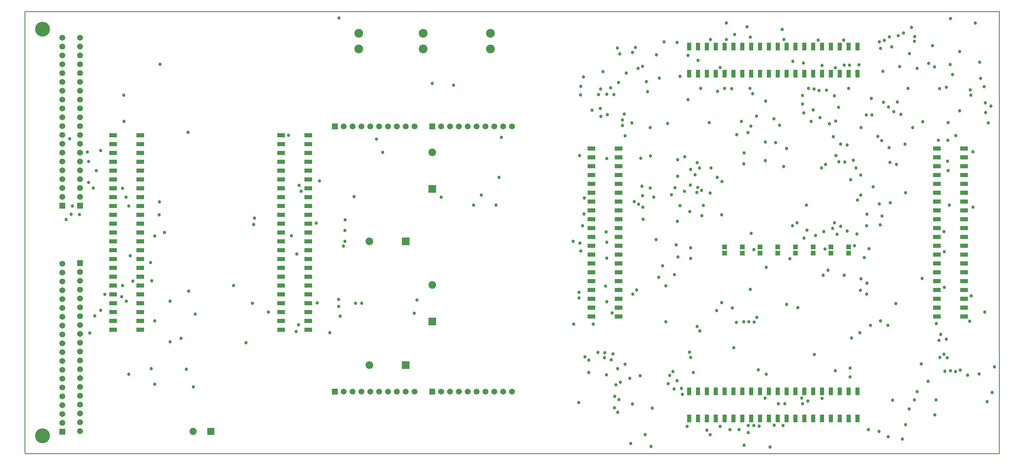
<source format=gbs>
G04 Layer_Color=16711935*
%FSLAX25Y25*%
%MOIN*%
G70*
G01*
G75*
%ADD22C,0.01000*%
%ADD39R,0.05800X0.05800*%
%ADD45R,0.04737X0.08674*%
%ADD46R,0.08674X0.04737*%
%ADD51R,0.08674X0.08674*%
%ADD52C,0.08674*%
%ADD53R,0.08674X0.08674*%
%ADD54C,0.08083*%
%ADD55R,0.08083X0.08083*%
%ADD56C,0.16800*%
%ADD57C,0.06706*%
%ADD58R,0.06706X0.06706*%
%ADD59R,0.06706X0.06706*%
%ADD60C,0.09900*%
%ADD61C,0.03800*%
G36*
X293600Y137600D02*
X284900D01*
Y142400D01*
X293600D01*
Y137600D01*
D02*
G37*
D22*
X0Y0D02*
Y500000D01*
X1100000D01*
Y0D02*
Y500000D01*
X0Y0D02*
X1100000D01*
D39*
X830000Y226500D02*
D03*
Y233500D02*
D03*
X930000Y226500D02*
D03*
Y233500D02*
D03*
X890000Y226500D02*
D03*
Y233500D02*
D03*
X870000Y226500D02*
D03*
Y233500D02*
D03*
X850000Y226500D02*
D03*
Y233500D02*
D03*
X810000Y226500D02*
D03*
Y233500D02*
D03*
X790000Y226500D02*
D03*
Y233500D02*
D03*
X910000Y226500D02*
D03*
Y233500D02*
D03*
D45*
X790000Y70354D02*
D03*
X770000D02*
D03*
X760000D02*
D03*
X750000D02*
D03*
X780000D02*
D03*
X830000D02*
D03*
X800000D02*
D03*
X810000D02*
D03*
X820000D02*
D03*
X840000D02*
D03*
X880000D02*
D03*
X850000D02*
D03*
X860000D02*
D03*
X870000D02*
D03*
X890000D02*
D03*
X930000D02*
D03*
X900000D02*
D03*
X910000D02*
D03*
X920000D02*
D03*
X940000D02*
D03*
Y39646D02*
D03*
X920000D02*
D03*
X910000D02*
D03*
X900000D02*
D03*
X930000D02*
D03*
X890000D02*
D03*
X870000D02*
D03*
X860000D02*
D03*
X850000D02*
D03*
X880000D02*
D03*
X840000D02*
D03*
X820000D02*
D03*
X810000D02*
D03*
X800000D02*
D03*
X830000D02*
D03*
X780000D02*
D03*
X750000D02*
D03*
X760000D02*
D03*
X770000D02*
D03*
X790000D02*
D03*
X900000Y429646D02*
D03*
X920000D02*
D03*
X930000D02*
D03*
X940000D02*
D03*
X910000D02*
D03*
X860000D02*
D03*
X890000D02*
D03*
X880000D02*
D03*
X870000D02*
D03*
X850000D02*
D03*
X810000D02*
D03*
X840000D02*
D03*
X830000D02*
D03*
X820000D02*
D03*
X800000D02*
D03*
X760000D02*
D03*
X790000D02*
D03*
X780000D02*
D03*
X770000D02*
D03*
X750000D02*
D03*
Y460354D02*
D03*
X770000D02*
D03*
X780000D02*
D03*
X790000D02*
D03*
X760000D02*
D03*
X800000D02*
D03*
X820000D02*
D03*
X830000D02*
D03*
X840000D02*
D03*
X810000D02*
D03*
X850000D02*
D03*
X870000D02*
D03*
X880000D02*
D03*
X890000D02*
D03*
X860000D02*
D03*
X910000D02*
D03*
X940000D02*
D03*
X930000D02*
D03*
X920000D02*
D03*
X900000D02*
D03*
D46*
X130291Y140000D02*
D03*
Y150000D02*
D03*
X99583Y210000D02*
D03*
Y190000D02*
D03*
Y180000D02*
D03*
Y170000D02*
D03*
Y200000D02*
D03*
Y250000D02*
D03*
Y220000D02*
D03*
Y230000D02*
D03*
Y240000D02*
D03*
Y260000D02*
D03*
Y300000D02*
D03*
Y270000D02*
D03*
Y280000D02*
D03*
Y290000D02*
D03*
Y310000D02*
D03*
Y350000D02*
D03*
Y320000D02*
D03*
Y330000D02*
D03*
Y340000D02*
D03*
Y360000D02*
D03*
X130291D02*
D03*
Y340000D02*
D03*
Y330000D02*
D03*
Y320000D02*
D03*
Y350000D02*
D03*
Y310000D02*
D03*
Y290000D02*
D03*
Y280000D02*
D03*
Y270000D02*
D03*
Y300000D02*
D03*
Y260000D02*
D03*
Y240000D02*
D03*
Y230000D02*
D03*
Y220000D02*
D03*
Y250000D02*
D03*
Y200000D02*
D03*
Y170000D02*
D03*
Y180000D02*
D03*
Y190000D02*
D03*
Y210000D02*
D03*
X289291D02*
D03*
Y190000D02*
D03*
Y180000D02*
D03*
Y170000D02*
D03*
Y200000D02*
D03*
Y250000D02*
D03*
Y220000D02*
D03*
Y230000D02*
D03*
Y240000D02*
D03*
Y260000D02*
D03*
Y300000D02*
D03*
Y270000D02*
D03*
Y280000D02*
D03*
Y290000D02*
D03*
Y310000D02*
D03*
Y350000D02*
D03*
Y320000D02*
D03*
Y330000D02*
D03*
Y340000D02*
D03*
Y360000D02*
D03*
X320000D02*
D03*
Y340000D02*
D03*
Y330000D02*
D03*
Y320000D02*
D03*
Y350000D02*
D03*
Y310000D02*
D03*
Y290000D02*
D03*
Y280000D02*
D03*
Y270000D02*
D03*
Y300000D02*
D03*
Y260000D02*
D03*
Y240000D02*
D03*
Y230000D02*
D03*
Y220000D02*
D03*
Y250000D02*
D03*
Y200000D02*
D03*
Y170000D02*
D03*
Y180000D02*
D03*
Y190000D02*
D03*
Y210000D02*
D03*
X130291Y160000D02*
D03*
X99583Y140000D02*
D03*
Y150000D02*
D03*
Y160000D02*
D03*
X320000D02*
D03*
Y150000D02*
D03*
Y140000D02*
D03*
X289291Y150000D02*
D03*
Y160000D02*
D03*
X1060354Y305000D02*
D03*
Y325000D02*
D03*
Y335000D02*
D03*
Y345000D02*
D03*
Y315000D02*
D03*
Y265000D02*
D03*
Y295000D02*
D03*
Y285000D02*
D03*
Y275000D02*
D03*
Y255000D02*
D03*
Y215000D02*
D03*
Y245000D02*
D03*
Y235000D02*
D03*
Y225000D02*
D03*
Y205000D02*
D03*
Y165000D02*
D03*
Y195000D02*
D03*
Y185000D02*
D03*
Y175000D02*
D03*
Y155000D02*
D03*
X1029646D02*
D03*
Y175000D02*
D03*
Y185000D02*
D03*
Y195000D02*
D03*
Y165000D02*
D03*
Y205000D02*
D03*
Y225000D02*
D03*
Y235000D02*
D03*
Y245000D02*
D03*
Y215000D02*
D03*
Y255000D02*
D03*
Y275000D02*
D03*
Y285000D02*
D03*
Y295000D02*
D03*
Y265000D02*
D03*
Y315000D02*
D03*
Y345000D02*
D03*
Y335000D02*
D03*
Y325000D02*
D03*
Y305000D02*
D03*
X639646Y195000D02*
D03*
Y175000D02*
D03*
Y165000D02*
D03*
Y155000D02*
D03*
Y185000D02*
D03*
Y235000D02*
D03*
Y205000D02*
D03*
Y215000D02*
D03*
Y225000D02*
D03*
Y245000D02*
D03*
Y285000D02*
D03*
Y255000D02*
D03*
Y265000D02*
D03*
Y275000D02*
D03*
Y295000D02*
D03*
Y335000D02*
D03*
Y305000D02*
D03*
Y315000D02*
D03*
Y325000D02*
D03*
Y345000D02*
D03*
X670354D02*
D03*
Y325000D02*
D03*
Y315000D02*
D03*
Y305000D02*
D03*
Y335000D02*
D03*
Y295000D02*
D03*
Y275000D02*
D03*
Y265000D02*
D03*
Y255000D02*
D03*
Y285000D02*
D03*
Y245000D02*
D03*
Y225000D02*
D03*
Y215000D02*
D03*
Y205000D02*
D03*
Y235000D02*
D03*
Y185000D02*
D03*
Y155000D02*
D03*
Y165000D02*
D03*
Y175000D02*
D03*
Y195000D02*
D03*
D51*
X460000Y299409D02*
D03*
Y149409D02*
D03*
D52*
Y340591D02*
D03*
Y190591D02*
D03*
X388909Y240000D02*
D03*
Y100000D02*
D03*
D53*
X430091Y240000D02*
D03*
Y100000D02*
D03*
D54*
X190000Y25000D02*
D03*
D55*
X210000D02*
D03*
D56*
X20000Y20000D02*
D03*
Y480000D02*
D03*
D57*
X42300Y214800D02*
D03*
Y204800D02*
D03*
Y194800D02*
D03*
Y184800D02*
D03*
Y174800D02*
D03*
Y164800D02*
D03*
Y154800D02*
D03*
Y144800D02*
D03*
Y134800D02*
D03*
Y124800D02*
D03*
Y114800D02*
D03*
Y104800D02*
D03*
Y94800D02*
D03*
Y84800D02*
D03*
Y74800D02*
D03*
Y64800D02*
D03*
Y54800D02*
D03*
Y44800D02*
D03*
Y34800D02*
D03*
X62300Y25300D02*
D03*
Y35300D02*
D03*
Y45300D02*
D03*
Y55300D02*
D03*
Y65300D02*
D03*
Y75300D02*
D03*
Y85300D02*
D03*
Y95300D02*
D03*
Y105300D02*
D03*
Y115300D02*
D03*
Y125300D02*
D03*
Y135300D02*
D03*
Y145300D02*
D03*
Y155300D02*
D03*
Y165300D02*
D03*
Y175300D02*
D03*
Y185300D02*
D03*
Y195300D02*
D03*
Y205300D02*
D03*
Y470400D02*
D03*
Y460400D02*
D03*
Y450400D02*
D03*
Y440400D02*
D03*
Y430400D02*
D03*
Y420400D02*
D03*
Y410400D02*
D03*
Y400400D02*
D03*
Y390400D02*
D03*
Y380400D02*
D03*
Y370400D02*
D03*
Y360400D02*
D03*
Y350400D02*
D03*
Y340400D02*
D03*
Y330400D02*
D03*
Y320400D02*
D03*
Y310400D02*
D03*
Y300400D02*
D03*
Y290400D02*
D03*
X42300Y470400D02*
D03*
Y460400D02*
D03*
Y450400D02*
D03*
Y440400D02*
D03*
Y430400D02*
D03*
Y420400D02*
D03*
Y410400D02*
D03*
Y400400D02*
D03*
Y390400D02*
D03*
Y380400D02*
D03*
Y370400D02*
D03*
Y360400D02*
D03*
Y350400D02*
D03*
Y340400D02*
D03*
Y330400D02*
D03*
Y320400D02*
D03*
Y310400D02*
D03*
Y300400D02*
D03*
Y290400D02*
D03*
X360000Y370000D02*
D03*
X380000D02*
D03*
X390000D02*
D03*
X400000D02*
D03*
X410000D02*
D03*
X420000D02*
D03*
X430000D02*
D03*
X440000D02*
D03*
X370000D02*
D03*
X360000Y70000D02*
D03*
X380000D02*
D03*
X390000D02*
D03*
X400000D02*
D03*
X410000D02*
D03*
X420000D02*
D03*
X430000D02*
D03*
X440000D02*
D03*
X370000D02*
D03*
X470000Y370000D02*
D03*
X490000D02*
D03*
X500000D02*
D03*
X510000D02*
D03*
X520000D02*
D03*
X530000D02*
D03*
X540000D02*
D03*
X550000D02*
D03*
X480000D02*
D03*
X470000Y70000D02*
D03*
X490000D02*
D03*
X500000D02*
D03*
X510000D02*
D03*
X520000D02*
D03*
X530000D02*
D03*
X540000D02*
D03*
X550000D02*
D03*
X480000D02*
D03*
D58*
X42300Y24800D02*
D03*
X62300Y215300D02*
D03*
Y280400D02*
D03*
X42300D02*
D03*
D59*
X350000Y370000D02*
D03*
Y70000D02*
D03*
X460000Y370000D02*
D03*
Y70000D02*
D03*
D60*
X449483Y475315D02*
D03*
Y457598D02*
D03*
X376983Y475315D02*
D03*
Y457598D02*
D03*
X525483Y475315D02*
D03*
Y457598D02*
D03*
D61*
X790100Y412900D02*
D03*
X782000Y409700D02*
D03*
X484100Y416800D02*
D03*
X538100Y357800D02*
D03*
X460100Y418800D02*
D03*
X397100Y355800D02*
D03*
X535400Y312400D02*
D03*
X515300Y292300D02*
D03*
X950400Y180200D02*
D03*
X943200Y184700D02*
D03*
X141900Y215900D02*
D03*
X118900Y223600D02*
D03*
X110200Y190000D02*
D03*
X143200Y195300D02*
D03*
X109200Y177400D02*
D03*
X90375Y180000D02*
D03*
X114500Y172200D02*
D03*
X152500Y440400D02*
D03*
X185000Y183500D02*
D03*
X85800Y342600D02*
D03*
X111500Y405400D02*
D03*
X157500Y250000D02*
D03*
X146600Y245900D02*
D03*
X112100Y375700D02*
D03*
X235800Y190000D02*
D03*
X176200Y130400D02*
D03*
X164000Y172400D02*
D03*
Y126200D02*
D03*
X182300Y95300D02*
D03*
X257000Y170000D02*
D03*
X117200Y89600D02*
D03*
X309000Y145700D02*
D03*
X192300Y157800D02*
D03*
X142500Y95900D02*
D03*
X46800Y264500D02*
D03*
X361300Y252400D02*
D03*
Y240000D02*
D03*
X77400Y300300D02*
D03*
X61800Y270200D02*
D03*
X114200Y290000D02*
D03*
X665000Y405900D02*
D03*
X676600Y384000D02*
D03*
X744500Y296507D02*
D03*
X763900Y297500D02*
D03*
X774500Y323000D02*
D03*
X761600D02*
D03*
X723700Y148900D02*
D03*
X662000Y105900D02*
D03*
X706300Y336500D02*
D03*
X759500Y300900D02*
D03*
X965900Y150100D02*
D03*
X117200Y280000D02*
D03*
X307100Y225800D02*
D03*
X354300Y174400D02*
D03*
X332500Y308182D02*
D03*
X361700Y264200D02*
D03*
X258400Y259000D02*
D03*
X359700Y234500D02*
D03*
X312000Y296500D02*
D03*
X661282Y413561D02*
D03*
X627775Y415380D02*
D03*
X700400Y21300D02*
D03*
X773500D02*
D03*
X670500Y60984D02*
D03*
X883983Y59417D02*
D03*
X683900Y11400D02*
D03*
X811946Y9400D02*
D03*
X952200Y27000D02*
D03*
X806400Y26900D02*
D03*
X815400Y482700D02*
D03*
X1024700Y461389D02*
D03*
X819000Y471000D02*
D03*
X998774Y452411D02*
D03*
X1004600Y471700D02*
D03*
X1007200Y435600D02*
D03*
X996900Y413000D02*
D03*
X867000Y443600D02*
D03*
X798000Y412800D02*
D03*
X739700Y426600D02*
D03*
X713118Y451082D02*
D03*
X879000Y441700D02*
D03*
X915000Y436300D02*
D03*
X716300Y424700D02*
D03*
X697300Y438000D02*
D03*
X925000Y439397D02*
D03*
X330000Y170300D02*
D03*
X442540Y173740D02*
D03*
X912500Y358200D02*
D03*
X1055207Y387500D02*
D03*
X836043Y352157D02*
D03*
X1004200Y466200D02*
D03*
X987600Y437800D02*
D03*
X980900Y386736D02*
D03*
X618900Y240000D02*
D03*
X954700Y145100D02*
D03*
X975800Y346000D02*
D03*
X1037500Y251000D02*
D03*
X683000Y85000D02*
D03*
X736600Y262600D02*
D03*
X297700Y360000D02*
D03*
X146500Y78300D02*
D03*
X373400Y170100D02*
D03*
X344300Y136500D02*
D03*
X967600Y268700D02*
D03*
X965600Y258700D02*
D03*
X943563Y292300D02*
D03*
X939882Y286618D02*
D03*
X964600Y282400D02*
D03*
X932450Y309650D02*
D03*
X1091988Y68888D02*
D03*
X1090600Y393100D02*
D03*
X1047400Y428500D02*
D03*
X1086200Y58600D02*
D03*
X1087700Y374000D02*
D03*
X1032600Y412500D02*
D03*
X1094700Y98000D02*
D03*
X816600Y31800D02*
D03*
X835600Y62500D02*
D03*
X1083800Y159900D02*
D03*
X1084700Y385700D02*
D03*
X1067400Y411300D02*
D03*
X1041400Y108400D02*
D03*
X1038800Y93100D02*
D03*
X931500Y86800D02*
D03*
X855900Y31800D02*
D03*
X1037570Y112400D02*
D03*
X1033100Y108600D02*
D03*
X1045049Y93655D02*
D03*
X1050648Y92800D02*
D03*
X1056000Y94200D02*
D03*
X900000Y62400D02*
D03*
X912000Y254800D02*
D03*
X756500Y315300D02*
D03*
X931700Y96700D02*
D03*
X928300Y251600D02*
D03*
X734000Y300600D02*
D03*
X811500Y149000D02*
D03*
X817400Y149100D02*
D03*
X750700Y273700D02*
D03*
X739600Y280300D02*
D03*
X828100Y94500D02*
D03*
X773700Y294800D02*
D03*
X737100Y313661D02*
D03*
X803300Y148400D02*
D03*
X728000Y88300D02*
D03*
X731800Y92600D02*
D03*
X742450Y67050D02*
D03*
X736200Y82300D02*
D03*
X726386Y79000D02*
D03*
X737200Y222400D02*
D03*
X733200Y202200D02*
D03*
X733000Y73100D02*
D03*
X741200Y73700D02*
D03*
X654400Y108200D02*
D03*
X619700Y146300D02*
D03*
X657100Y406300D02*
D03*
X688000Y285000D02*
D03*
X674600Y377200D02*
D03*
X647700Y405900D02*
D03*
X650400Y381300D02*
D03*
X766000Y280600D02*
D03*
X745100Y335500D02*
D03*
X826400Y154100D02*
D03*
X798600Y164500D02*
D03*
X758500Y295200D02*
D03*
X695400Y334000D02*
D03*
X674600Y370900D02*
D03*
X696700Y302400D02*
D03*
X697800Y278700D02*
D03*
X820100Y248900D02*
D03*
X871800Y261000D02*
D03*
X692900Y282000D02*
D03*
X697400Y291700D02*
D03*
X866800Y257500D02*
D03*
X879500Y243500D02*
D03*
X901400Y201600D02*
D03*
X657100Y221100D02*
D03*
Y239000D02*
D03*
X751700Y232600D02*
D03*
X694800Y88000D02*
D03*
X750200Y114700D02*
D03*
X723800Y189731D02*
D03*
X751600Y108600D02*
D03*
X1028800Y60800D02*
D03*
X1077900Y442500D02*
D03*
X1078900Y424422D02*
D03*
X1083000Y415000D02*
D03*
X966100Y458300D02*
D03*
X970247Y467325D02*
D03*
X816200Y363100D02*
D03*
X748500Y450400D02*
D03*
Y400361D02*
D03*
X808833Y375600D02*
D03*
X763000Y412900D02*
D03*
X785000Y436600D02*
D03*
X836200Y398500D02*
D03*
X845800Y378800D02*
D03*
X985100Y397732D02*
D03*
X821500Y406900D02*
D03*
X852000Y371200D02*
D03*
X967300Y353900D02*
D03*
X975100Y392100D02*
D03*
X825900Y381800D02*
D03*
X818500Y413000D02*
D03*
X969300Y397300D02*
D03*
X968800Y432300D02*
D03*
X955800Y401800D02*
D03*
X964800Y465800D02*
D03*
X992000Y475700D02*
D03*
X703000Y409200D02*
D03*
X879200Y385300D02*
D03*
X891000Y412200D02*
D03*
X896700Y410700D02*
D03*
X887600Y375600D02*
D03*
X819600Y370200D02*
D03*
X803800Y360800D02*
D03*
X706100Y368500D02*
D03*
X685900Y453700D02*
D03*
X878000Y395300D02*
D03*
X904900Y411000D02*
D03*
X685200Y374000D02*
D03*
X701700Y420800D02*
D03*
X918500Y391700D02*
D03*
X930000Y413000D02*
D03*
X689300Y459400D02*
D03*
X670300Y419600D02*
D03*
X677600Y359200D02*
D03*
X859900Y168500D02*
D03*
X712500Y242000D02*
D03*
X725600Y373200D02*
D03*
X1002400Y368500D02*
D03*
X944000D02*
D03*
X993800Y350000D02*
D03*
X860000Y344900D02*
D03*
X259200Y266400D02*
D03*
X1068200Y178200D02*
D03*
X1066600Y149687D02*
D03*
X942500Y136600D02*
D03*
X531900Y281100D02*
D03*
X506800D02*
D03*
X985900Y472700D02*
D03*
X1055207Y454600D02*
D03*
X1037900Y228400D02*
D03*
X1027300Y43500D02*
D03*
X1040200Y129300D02*
D03*
X354700Y492700D02*
D03*
X640400Y388200D02*
D03*
X823100Y230500D02*
D03*
X249700Y125200D02*
D03*
X356100Y155300D02*
D03*
X1013000Y198000D02*
D03*
X1012100Y101200D02*
D03*
X915000Y93600D02*
D03*
X690800Y185000D02*
D03*
X787000Y307700D02*
D03*
X925000Y201582D02*
D03*
X811609Y327500D02*
D03*
X655700Y189300D02*
D03*
X1037900Y188000D02*
D03*
X939300Y248200D02*
D03*
X904100Y326900D02*
D03*
X882400Y281100D02*
D03*
X730000Y292700D02*
D03*
X657100Y171500D02*
D03*
X1041700Y330700D02*
D03*
X977000Y283500D02*
D03*
X1029100Y147100D02*
D03*
X85800Y162000D02*
D03*
X78836Y155700D02*
D03*
X122000Y194900D02*
D03*
X70600Y340900D02*
D03*
X50500Y355900D02*
D03*
X80500Y320000D02*
D03*
X329100Y260500D02*
D03*
X184400Y363400D02*
D03*
X301000Y246300D02*
D03*
X151500Y270000D02*
D03*
X53700Y279900D02*
D03*
X73400Y136400D02*
D03*
X274900Y160000D02*
D03*
X190200Y75300D02*
D03*
X52300Y270800D02*
D03*
X72100Y330400D02*
D03*
Y306800D02*
D03*
X151900Y284600D02*
D03*
X110200Y300000D02*
D03*
X306400Y138000D02*
D03*
X309800Y303300D02*
D03*
X1032000Y127900D02*
D03*
X1007400Y70100D02*
D03*
X943516Y315000D02*
D03*
X856516Y324500D02*
D03*
X781006Y161494D02*
D03*
X759000Y329000D02*
D03*
X872600Y164900D02*
D03*
X786550Y170496D02*
D03*
X1042300Y319900D02*
D03*
X1051100Y359800D02*
D03*
X1043700Y280900D02*
D03*
X1070400Y278600D02*
D03*
Y341400D02*
D03*
X1042400Y374400D02*
D03*
X662900Y159000D02*
D03*
X654600Y113900D02*
D03*
X652500Y432000D02*
D03*
X630800Y425900D02*
D03*
X878000Y56300D02*
D03*
X686000Y55817D02*
D03*
X877000Y62500D02*
D03*
X666000Y64600D02*
D03*
X707000Y8000D02*
D03*
X841400Y7400D02*
D03*
X665600Y51800D02*
D03*
X857900Y56400D02*
D03*
X850500Y56300D02*
D03*
X669452Y46600D02*
D03*
X829000Y30900D02*
D03*
X994300Y32500D02*
D03*
X823000Y31700D02*
D03*
X979642Y60148D02*
D03*
X816500Y23800D02*
D03*
X998300Y50200D02*
D03*
X785000Y30600D02*
D03*
X990500Y16400D02*
D03*
X796000Y27100D02*
D03*
X974725Y19000D02*
D03*
X908400Y373100D02*
D03*
X915400Y376100D02*
D03*
X920850Y349950D02*
D03*
X897600Y379976D02*
D03*
X855000Y479700D02*
D03*
X1001100Y482100D02*
D03*
X895500Y467700D02*
D03*
X736300Y465100D02*
D03*
X692300Y435500D02*
D03*
X931000Y439300D02*
D03*
X941700Y439800D02*
D03*
X721600Y465800D02*
D03*
X404100Y340800D02*
D03*
X439500Y158600D02*
D03*
X1064200Y88500D02*
D03*
X964300Y24900D02*
D03*
X626700Y238100D02*
D03*
X974200Y144900D02*
D03*
X786500Y270000D02*
D03*
X706000Y300300D02*
D03*
X1041900Y354300D02*
D03*
X1031400D02*
D03*
X1019700Y81600D02*
D03*
X470000Y290000D02*
D03*
X146500Y150000D02*
D03*
X371700Y290800D02*
D03*
X944000Y197600D02*
D03*
X947500Y221500D02*
D03*
X950500Y192800D02*
D03*
X950400Y257700D02*
D03*
X950500Y270600D02*
D03*
X935300Y331500D02*
D03*
X1044800Y439900D02*
D03*
X747800Y30600D02*
D03*
X1040400Y414200D02*
D03*
X891300Y112000D02*
D03*
X770000Y26400D02*
D03*
X957600Y301600D02*
D03*
X921000Y257000D02*
D03*
X846000Y31900D02*
D03*
X1034100Y134500D02*
D03*
X933300Y130700D02*
D03*
X914000Y261000D02*
D03*
X751500Y321339D02*
D03*
X754600Y91600D02*
D03*
X837100Y89500D02*
D03*
Y210800D02*
D03*
X735200Y236100D02*
D03*
X664000Y112543D02*
D03*
X656739Y89100D02*
D03*
X647000Y114200D02*
D03*
X625700Y176000D02*
D03*
X632379Y109400D02*
D03*
X636600Y105500D02*
D03*
X627700Y229000D02*
D03*
X656900Y333800D02*
D03*
X698000Y265000D02*
D03*
X710000Y289988D02*
D03*
X657600Y383400D02*
D03*
X650100Y412380D02*
D03*
X627296Y405700D02*
D03*
X631800Y289000D02*
D03*
X649602Y390400D02*
D03*
X764409Y269091D02*
D03*
X736948Y332400D02*
D03*
X626200Y336900D02*
D03*
X800200Y119700D02*
D03*
X823400Y148700D02*
D03*
X656300Y250500D02*
D03*
X686400Y180400D02*
D03*
X818839Y185800D02*
D03*
X892500Y246800D02*
D03*
X902100Y250900D02*
D03*
X629700Y257700D02*
D03*
X631200Y271000D02*
D03*
X883000Y252500D02*
D03*
X906516Y207400D02*
D03*
X715700Y199151D02*
D03*
X625500Y182300D02*
D03*
X625300Y57600D02*
D03*
X708400Y51400D02*
D03*
X759000Y143600D02*
D03*
X677700Y101000D02*
D03*
X641500Y146300D02*
D03*
X1084200Y396800D02*
D03*
X1004200Y60800D02*
D03*
X1077400Y90000D02*
D03*
X1068100Y405200D02*
D03*
X792000Y468300D02*
D03*
Y487000D02*
D03*
X1073000D02*
D03*
X1045100Y492000D02*
D03*
X938398Y323100D02*
D03*
X899300D02*
D03*
X857000Y468300D02*
D03*
X924400Y467500D02*
D03*
X950000Y383100D02*
D03*
X956200D02*
D03*
X976000Y471436D02*
D03*
X978600Y459900D02*
D03*
X962900Y358500D02*
D03*
X928161Y348861D02*
D03*
X925500Y329802D02*
D03*
X915500Y336900D02*
D03*
X774000Y468200D02*
D03*
X772500Y374200D02*
D03*
X847500Y351800D02*
D03*
X760000Y444700D02*
D03*
X914000Y404700D02*
D03*
X878000Y404900D02*
D03*
X884600Y412900D02*
D03*
X890000Y388700D02*
D03*
X679000Y430200D02*
D03*
X671500Y451900D02*
D03*
X801400Y473821D02*
D03*
X900000Y438831D02*
D03*
X1020334Y441200D02*
D03*
X1026900Y437300D02*
D03*
X988900Y383600D02*
D03*
X1013600Y375300D02*
D03*
X762000Y138600D02*
D03*
X669300Y96100D02*
D03*
X863800Y220300D02*
D03*
X667400Y77800D02*
D03*
X354300Y166200D02*
D03*
X636600Y91600D02*
D03*
X672400Y80700D02*
D03*
X668893Y458800D02*
D03*
X976800Y329300D02*
D03*
X919000Y330000D02*
D03*
X836043Y331200D02*
D03*
X719900Y212200D02*
D03*
X751400Y303800D02*
D03*
X751500Y220500D02*
D03*
X903400Y231400D02*
D03*
X952900Y231600D02*
D03*
X380400Y170000D02*
D03*
X983400Y169600D02*
D03*
X936500Y235100D02*
D03*
X917000Y247900D02*
D03*
X781800Y312200D02*
D03*
X994300Y295000D02*
D03*
X984057Y327100D02*
D03*
X811900Y339900D02*
D03*
M02*

</source>
